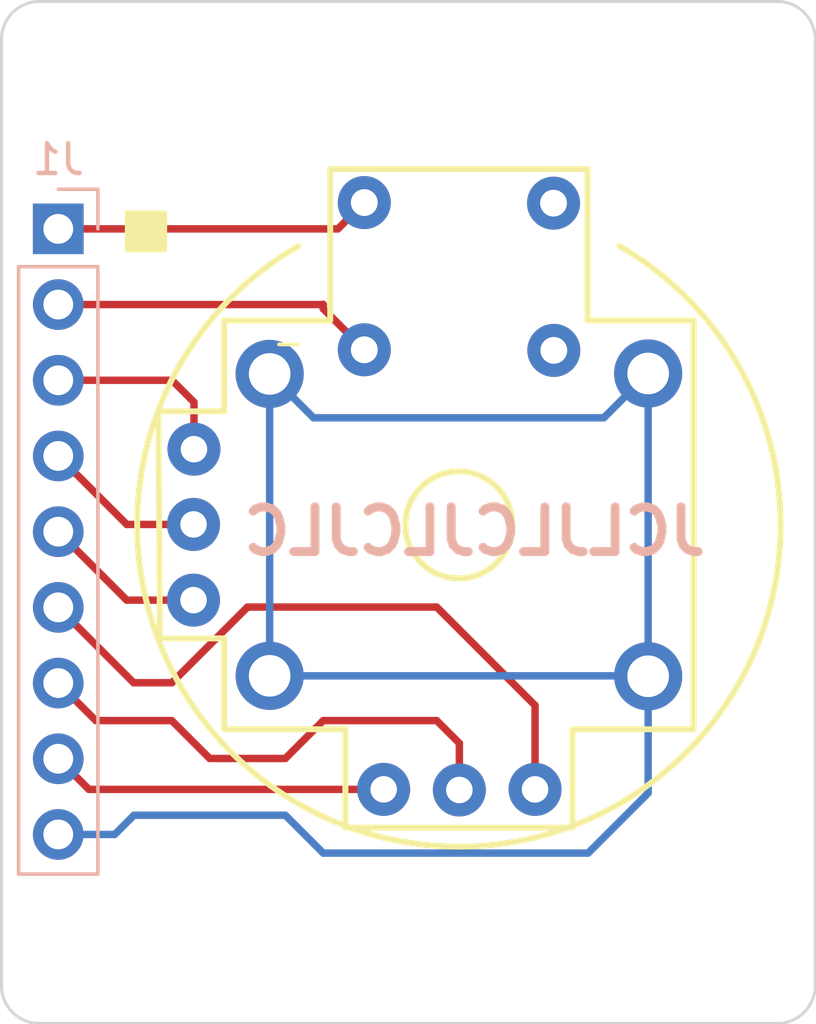
<source format=kicad_pcb>
(kicad_pcb (version 20211014) (generator pcbnew)
  (layers (0 "F.Cu" signal) (31 "B.Cu" signal) (34 "B.Paste" user) (35 "F.Paste" user) (36 "B.SilkS" user "B.Silkscreen") (37 "F.SilkS" user "F.Silkscreen") (38 "B.Mask" user) (39 "F.Mask" user) (44 "Edge.Cuts" user))
  (net 0 "")
  (net 1 "Net-(J1-Pad3)")
  (net 2 "Net-(J1-Pad4)")
  (net 3 "Net-(U1-PadB1A)")
  (net 4 "Net-(U1-PadB2A)")
  (net 5 "Net-(J1-Pad5)")
  (net 6 "Net-(J1-Pad6)")
  (net 7 "Net-(J1-Pad7)")
  (net 8 "Net-(J1-Pad8)")
  (net 9 "Net-(J1-Pad9)")
  (footprint "COM-09032:XDCR_COM-09032" (layer "F.Cu") (at 15.348966 17.562143)
    (fp_text reference "U1" hide)
    (fp_text value "COM-09032" hide)
    (fp_line (start -7.874 3.810005) (end -9.906 3.810005) (layer "F.SilkS") (width 0.2))
    (fp_line (start -4.318 -11.937995) (end -4.318 -6.857995) (layer "F.SilkS") (width 0.2))
    (fp_line (start 7.874 6.858005) (end 3.81 6.858005) (layer "F.SilkS") (width 0.2))
    (fp_line (start -3.81 10.160005) (end -3.81 6.858005) (layer "F.SilkS") (width 0.2))
    (fp_line (start -6.035 -6.054795) (end -5.415 -6.054795) (layer "F.SilkS") (width 0.127))
    (fp_line (start 4.318 -11.937995) (end 4.318 -6.857995) (layer "F.SilkS") (width 0.2))
    (fp_line (start -10.0838 -3.809995) (end -7.874 -3.809995) (layer "F.SilkS") (width 0.2))
    (fp_line (start -7.878 -6.856029) (end -4.322 -6.856029) (layer "F.SilkS") (width 0.2))
    (fp_line (start 4.318 -6.857995) (end 7.874 -6.857995) (layer "F.SilkS") (width 0.2))
    (fp_line (start 3.81 6.858005) (end 3.81 10.160005) (layer "F.SilkS") (width 0.2))
    (fp_line (start -7.874 -3.809995) (end -7.874 -6.857995) (layer "F.SilkS") (width 0.2))
    (fp_line (start 7.874 -6.857995) (end 7.874 6.858005) (layer "F.SilkS") (width 0.2))
    (fp_line (start -3.81 6.858005) (end -7.874 6.858005) (layer "F.SilkS") (width 0.2))
    (fp_line (start -7.874 6.858005) (end -7.874 3.810005) (layer "F.SilkS") (width 0.2))
    (fp_line (start -10.033 3.810005) (end -10.0838 -3.809995) (layer "F.SilkS") (width 0.2))
    (fp_line (start 3.81 10.160005) (end -3.81 10.160005) (layer "F.SilkS") (width 0.2))
    (fp_line (start -4.318 -11.937995) (end 4.318 -11.937995) (layer "F.SilkS") (width 0.2))
    (fp_arc (start 5.3975 -9.348744) (mid 0 10.795) (end -5.3975 -9.348744) (layer "F.SilkS") (width 0.2))
    (fp_circle (center 0 0.000005) (end 1.796034 0.000005) (layer "F.SilkS") (width 0.2) (fill none))
    (pad "B1A" thru_hole circle (at -3.175 -10.814795) (size 1.778 1.778) (drill 0.9) (layers *.Mask "F.Cu" "In1.Cu" "B.Cu") (net 3 "Net-(U1-PadB1A)"))
    (pad "B1B" thru_hole circle (at 3.175 -10.794995) (size 1.778 1.778) (drill 0.9) (layers *.Mask "F.Cu" "In1.Cu" "B.Cu"))
    (pad "B2A" thru_hole circle (at -3.175 -5.874795) (size 1.778 1.778) (drill 0.9) (layers *.Mask "F.Cu" "In1.Cu" "B.Cu") (net 4 "Net-(U1-PadB2A)"))
    (pad "B2B" thru_hole circle (at 3.185 -5.854795) (size 1.778 1.778) (drill 0.9) (layers *.Mask "F.Cu" "In1.Cu" "B.Cu"))
    (pad "H1" thru_hole circle (at -2.525 8.875205) (size 1.778 1.778) (drill 0.889) (layers *.Mask "F.Cu" "In1.Cu" "B.Cu") (net 8 "Net-(J1-Pad8)"))
    (pad "H2" thru_hole circle (at 0.015 8.895205) (size 1.778 1.778) (drill 0.889) (layers *.Mask "F.Cu" "In1.Cu" "B.Cu") (net 7 "Net-(J1-Pad7)"))
    (pad "H3" thru_hole circle (at 2.555 8.875205) (size 1.778 1.778) (drill 0.889) (layers *.Mask "F.Cu" "In1.Cu" "B.Cu") (net 6 "Net-(J1-Pad6)"))
    (pad "S1" thru_hole circle (at -6.35 -5.064795) (size 2.286 2.286) (drill 1.397) (layers *.Mask "F.Cu" "In1.Cu" "B.Cu") (net 9 "Net-(J1-Pad9)"))
    (pad "S2" thru_hole circle (at -6.35 5.065205) (size 2.286 2.286) (drill 1.397) (layers *.Mask "F.Cu" "In1.Cu" "B.Cu") (net 9 "Net-(J1-Pad9)"))
    (pad "S3" thru_hole circle (at 6.35 5.080005) (size 2.286 2.286) (drill 1.397) (layers *.Mask "F.Cu" "In1.Cu" "B.Cu") (net 9 "Net-(J1-Pad9)"))
    (pad "S4" thru_hole circle (at 6.35 -5.079995) (size 2.286 2.286) (drill 1.397) (layers *.Mask "F.Cu" "In1.Cu" "B.Cu") (net 9 "Net-(J1-Pad9)"))
    (pad "V1" thru_hole circle (at -8.89 -2.539995) (size 1.778 1.778) (drill 0.889) (layers *.Mask "F.Cu" "In1.Cu" "B.Cu") (net 1 "Net-(J1-Pad3)"))
    (pad "V2" thru_hole circle (at -8.905 -0.014795) (size 1.778 1.778) (drill 0.889) (layers *.Mask "F.Cu" "In1.Cu" "B.Cu") (net 2 "Net-(J1-Pad4)"))
    (pad "V3" thru_hole circle (at -8.905 2.525205) (size 1.778 1.778) (drill 0.889) (layers *.Mask "F.Cu" "In1.Cu" "B.Cu") (net 5 "Net-(J1-Pad5)"))
  )
  (footprint "MountingHole:MountingHole_3.2mm_M3_DIN965" (layer "F.Cu") (at 23.495 30.48)
    (fp_text reference "H1" hide)
    (fp_text value "MountingHole" hide)
    (pad "" np_thru_hole circle (at 0 0) (size 3.2 3.2) (drill 3.2) (layers *.Cu *.Mask))
  )
  (footprint "MountingHole:MountingHole_3.2mm_M3_DIN965" (layer "F.Cu") (at 6.985 3.81)
    (fp_text reference "H3" hide)
    (fp_text value "MountingHole" hide)
    (pad "" np_thru_hole circle (at 0 0) (size 3.2 3.2) (drill 3.2) (layers *.Cu *.Mask))
  )
  (footprint "MountingHole:MountingHole_3.2mm_M3_DIN965" (layer "F.Cu") (at 6.985 30.48)
    (fp_text reference "H2" hide)
    (fp_text value "MountingHole" hide)
    (pad "" np_thru_hole circle (at 0 0) (size 3.2 3.2) (drill 3.2) (layers *.Cu *.Mask))
  )
  (footprint "MountingHole:MountingHole_3.2mm_M3_DIN965" (layer "F.Cu") (at 23.495 3.81)
    (fp_text reference "H4" hide)
    (fp_text value "MountingHole" hide)
    (pad "" np_thru_hole circle (at 0 0) (size 3.2 3.2) (drill 3.2) (layers *.Cu *.Mask))
  )
  (footprint "Connector_PinHeader_2.54mm:PinHeader_1x09_P2.54mm_Vertical" (layer "B.Cu") (at 1.905 7.63 180)
    (fp_text reference "J1" (at 0 2.33) (layer "B.SilkS") (effects (justify mirror)))
    (fp_text value "Conn_01x05_Male" hide)
    (fp_line (start -1.33 -1.27) (end 1.33 -1.27) (layer "B.SilkS") (width 0.12))
    (fp_line (start -1.33 1.33) (end 0 1.33) (layer "B.SilkS") (width 0.12))
    (fp_line (start 1.33 -1.27) (end 1.33 -21.65) (layer "B.SilkS") (width 0.12))
    (fp_line (start -1.33 -21.65) (end 1.33 -21.65) (layer "B.SilkS") (width 0.12))
    (fp_line (start -1.33 0) (end -1.33 1.33) (layer "B.SilkS") (width 0.12))
    (fp_line (start -1.33 -1.27) (end -1.33 -21.65) (layer "B.SilkS") (width 0.12))
    (pad "1" thru_hole rect (at 0 0 180) (size 1.7 1.7) (drill 1) (layers *.Cu *.Mask) (net 3 "Net-(U1-PadB1A)"))
    (pad "2" thru_hole oval (at 0 -2.54 180) (size 1.7 1.7) (drill 1) (layers *.Cu *.Mask) (net 4 "Net-(U1-PadB2A)"))
    (pad "3" thru_hole oval (at 0 -5.08 180) (size 1.7 1.7) (drill 1) (layers *.Cu *.Mask) (net 1 "Net-(J1-Pad3)"))
    (pad "4" thru_hole oval (at 0 -7.62 180) (size 1.7 1.7) (drill 1) (layers *.Cu *.Mask) (net 2 "Net-(J1-Pad4)"))
    (pad "5" thru_hole oval (at 0 -10.16 180) (size 1.7 1.7) (drill 1) (layers *.Cu *.Mask) (net 5 "Net-(J1-Pad5)"))
    (pad "6" thru_hole oval (at 0 -12.7 180) (size 1.7 1.7) (drill 1) (layers *.Cu *.Mask) (net 6 "Net-(J1-Pad6)"))
    (pad "7" thru_hole oval (at 0 -15.24 180) (size 1.7 1.7) (drill 1) (layers *.Cu *.Mask) (net 7 "Net-(J1-Pad7)"))
    (pad "8" thru_hole oval (at 0 -17.78 180) (size 1.7 1.7) (drill 1) (layers *.Cu *.Mask) (net 8 "Net-(J1-Pad8)"))
    (pad "9" thru_hole oval (at 0 -20.32 180) (size 1.7 1.7) (drill 1) (layers *.Cu *.Mask) (net 9 "Net-(J1-Pad9)"))
  )
  (gr_rect (start 4.213019 7.08255) (end 5.483019 8.34255) (layer "F.SilkS") (width 0.15) (fill solid))
  (gr_arc (start 27.305 33.02) (mid 26.933026 33.918026) (end 26.035 34.29) (layer "Edge.Cuts") (width 0.1))
  (gr_arc (start 1.27 34.29) (mid 0.371974 33.918026) (end 0 33.02) (layer "Edge.Cuts") (width 0.1))
  (gr_line (start 26.035 34.29) (end 1.27 34.29) (layer "Edge.Cuts") (width 0.1))
  (gr_line (start 0 1.27) (end 0 33.02) (layer "Edge.Cuts") (width 0.1))
  (gr_line (start 27.305 1.27) (end 27.305 33.02) (layer "Edge.Cuts") (width 0.1))
  (gr_line (start 1.27 0) (end 26.035 0) (layer "Edge.Cuts") (width 0.1))
  (gr_arc (start 0 1.27) (mid 0.371974 0.371974) (end 1.27 0) (layer "Edge.Cuts") (width 0.1))
  (gr_arc (start 26.035 0) (mid 26.933026 0.371974) (end 27.305 1.27) (layer "Edge.Cuts") (width 0.1))
  (gr_text "JCLJLCJLCJLC" (at 15.875 17.78) (layer "B.SilkS") (effects (font (size 1.5 1.5) (thickness 0.3)) (justify mirror)))
  (segment (start 5.705 12.71) (end 1.905 12.71) (width 0.25) (layer "F.Cu") (net 1))
  (segment (start 6.458966 13.443966) (end 5.715 12.7) (width 0.25) (layer "F.Cu") (net 1))
  (segment (start 6.458966 15.022148) (end 6.458966 13.443966) (width 0.25) (layer "F.Cu") (net 1))
  (segment (start 5.715 12.7) (end 5.705 12.71) (width 0.25) (layer "F.Cu") (net 1))
  (segment (start 4.202348 17.547348) (end 1.905 15.25) (width 0.25) (layer "F.Cu") (net 2))
  (segment (start 6.443966 17.547348) (end 4.202348 17.547348) (width 0.25) (layer "F.Cu") (net 2))
  (segment (start 1.905 7.63) (end 11.291314 7.63) (width 0.25) (layer "F.Cu") (net 3))
  (segment (start 11.291314 7.63) (end 12.173966 6.747348) (width 0.25) (layer "F.Cu") (net 3))
  (segment (start 10.795 10.308382) (end 10.795 10.16) (width 0.25) (layer "F.Cu") (net 4))
  (segment (start 10.785 10.17) (end 1.905 10.17) (width 0.25) (layer "F.Cu") (net 4))
  (segment (start 10.795 10.16) (end 10.785 10.17) (width 0.25) (layer "F.Cu") (net 4))
  (segment (start 12.173966 11.687348) (end 10.795 10.308382) (width 0.25) (layer "F.Cu") (net 4))
  (segment (start 4.202348 20.087348) (end 1.905 17.79) (width 0.25) (layer "F.Cu") (net 5))
  (segment (start 6.443966 20.087348) (end 4.202348 20.087348) (width 0.25) (layer "F.Cu") (net 5))
  (segment (start 5.715 22.86) (end 4.435 22.86) (width 0.25) (layer "F.Cu") (net 6))
  (segment (start 4.435 22.86) (end 1.905 20.33) (width 0.25) (layer "F.Cu") (net 6))
  (segment (start 8.255 20.32) (end 5.715 22.86) (width 0.25) (layer "F.Cu") (net 6))
  (segment (start 17.903966 23.618966) (end 14.605 20.32) (width 0.25) (layer "F.Cu") (net 6))
  (segment (start 17.903966 26.437348) (end 17.903966 23.618966) (width 0.25) (layer "F.Cu") (net 6))
  (segment (start 14.605 20.32) (end 8.255 20.32) (width 0.25) (layer "F.Cu") (net 6))
  (segment (start 15.363966 24.888966) (end 14.605 24.13) (width 0.25) (layer "F.Cu") (net 7))
  (segment (start 14.605 24.13) (end 10.795 24.13) (width 0.25) (layer "F.Cu") (net 7))
  (segment (start 15.363966 26.457348) (end 15.363966 24.888966) (width 0.25) (layer "F.Cu") (net 7))
  (segment (start 5.715 24.13) (end 3.165 24.13) (width 0.25) (layer "F.Cu") (net 7))
  (segment (start 6.985 25.4) (end 5.715 24.13) (width 0.25) (layer "F.Cu") (net 7))
  (segment (start 3.165 24.13) (end 1.905 22.87) (width 0.25) (layer "F.Cu") (net 7))
  (segment (start 10.795 24.13) (end 9.525 25.4) (width 0.25) (layer "F.Cu") (net 7))
  (segment (start 9.525 25.4) (end 6.985 25.4) (width 0.25) (layer "F.Cu") (net 7))
  (segment (start 2.932348 26.437348) (end 1.905 25.41) (width 0.25) (layer "F.Cu") (net 8))
  (segment (start 12.823966 26.437348) (end 2.932348 26.437348) (width 0.25) (layer "F.Cu") (net 8))
  (segment (start 21.684166 22.627348) (end 21.698966 22.642148) (width 0.25) (layer "B.Cu") (net 9))
  (segment (start 4.445 27.305) (end 9.525 27.305) (width 0.25) (layer "B.Cu") (net 9))
  (segment (start 20.211114 13.97) (end 21.698966 12.482148) (width 0.25) (layer "B.Cu") (net 9))
  (segment (start 21.698966 12.482148) (end 21.698966 22.642148) (width 0.25) (layer "B.Cu") (net 9))
  (segment (start 9.525 27.305) (end 10.795 28.575) (width 0.25) (layer "B.Cu") (net 9))
  (segment (start 3.8 27.95) (end 4.445 27.305) (width 0.25) (layer "B.Cu") (net 9))
  (segment (start 8.998966 22.627348) (end 21.684166 22.627348) (width 0.25) (layer "B.Cu") (net 9))
  (segment (start 8.998966 12.497348) (end 10.471618 13.97) (width 0.25) (layer "B.Cu") (net 9))
  (segment (start 19.685 28.575) (end 21.698966 26.561034) (width 0.25) (layer "B.Cu") (net 9))
  (segment (start 1.905 27.95) (end 3.8 27.95) (width 0.25) (layer "B.Cu") (net 9))
  (segment (start 10.471618 13.97) (end 20.211114 13.97) (width 0.25) (layer "B.Cu") (net 9))
  (segment (start 8.998966 12.497348) (end 8.998966 22.627348) (width 0.25) (layer "B.Cu") (net 9))
  (segment (start 21.698966 26.561034) (end 21.698966 22.642148) (width 0.25) (layer "B.Cu") (net 9))
  (segment (start 10.795 28.575) (end 19.685 28.575) (width 0.25) (layer "B.Cu") (net 9))
)
</source>
